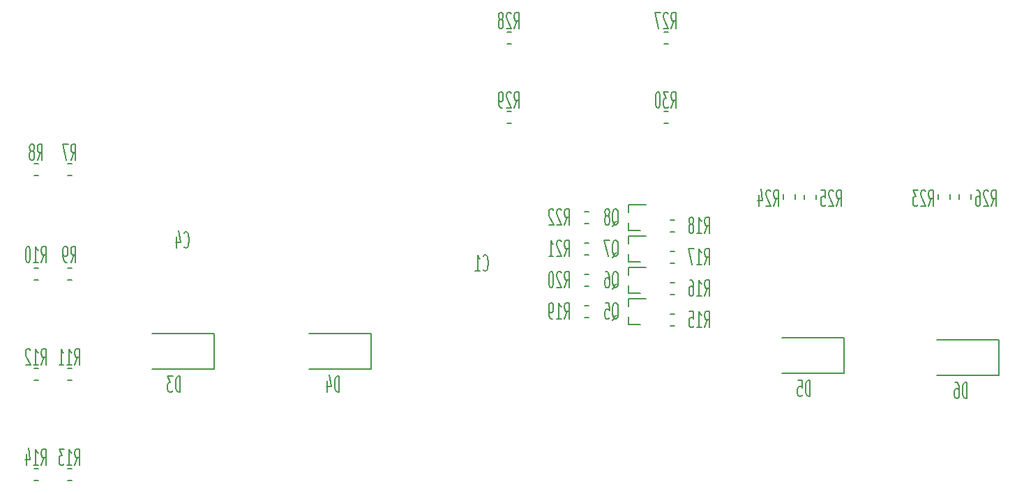
<source format=gbo>
G04 #@! TF.GenerationSoftware,KiCad,Pcbnew,(5.1.6)-1*
G04 #@! TF.CreationDate,2020-09-21T23:14:33+02:00*
G04 #@! TF.ProjectId,Brewnode_PCB,42726577-6e6f-4646-955f-5043422e6b69,1.0*
G04 #@! TF.SameCoordinates,Original*
G04 #@! TF.FileFunction,Legend,Bot*
G04 #@! TF.FilePolarity,Positive*
%FSLAX46Y46*%
G04 Gerber Fmt 4.6, Leading zero omitted, Abs format (unit mm)*
G04 Created by KiCad (PCBNEW (5.1.6)-1) date 2020-09-21 23:14:33*
%MOMM*%
%LPD*%
G01*
G04 APERTURE LIST*
%ADD10C,0.200000*%
G04 APERTURE END LIST*
D10*
X145779252Y-92140000D02*
X145256748Y-92140000D01*
X145779252Y-93560000D02*
X145256748Y-93560000D01*
X126729252Y-92140000D02*
X126206748Y-92140000D01*
X126729252Y-93560000D02*
X126206748Y-93560000D01*
X126729252Y-82488000D02*
X126206748Y-82488000D01*
X126729252Y-83908000D02*
X126206748Y-83908000D01*
X145779252Y-82488000D02*
X145256748Y-82488000D01*
X145779252Y-83908000D02*
X145256748Y-83908000D01*
X182550000Y-102754252D02*
X182550000Y-102231748D01*
X181130000Y-102754252D02*
X181130000Y-102231748D01*
X163754000Y-102772252D02*
X163754000Y-102249748D01*
X162334000Y-102772252D02*
X162334000Y-102249748D01*
X161214000Y-102763252D02*
X161214000Y-102240748D01*
X159794000Y-102763252D02*
X159794000Y-102240748D01*
X180010000Y-102763252D02*
X180010000Y-102240748D01*
X178590000Y-102763252D02*
X178590000Y-102240748D01*
X135604748Y-105752000D02*
X136127252Y-105752000D01*
X135604748Y-104332000D02*
X136127252Y-104332000D01*
X135604748Y-109562000D02*
X136127252Y-109562000D01*
X135604748Y-108142000D02*
X136127252Y-108142000D01*
X135604748Y-113372000D02*
X136127252Y-113372000D01*
X135604748Y-111952000D02*
X136127252Y-111952000D01*
X135604748Y-117182000D02*
X136127252Y-117182000D01*
X135604748Y-115762000D02*
X136127252Y-115762000D01*
X146541252Y-105348000D02*
X146018748Y-105348000D01*
X146541252Y-106768000D02*
X146018748Y-106768000D01*
X146541252Y-109158000D02*
X146018748Y-109158000D01*
X146541252Y-110578000D02*
X146018748Y-110578000D01*
X146541252Y-112968000D02*
X146018748Y-112968000D01*
X146541252Y-114388000D02*
X146018748Y-114388000D01*
X146541252Y-116778000D02*
X146018748Y-116778000D01*
X146541252Y-118198000D02*
X146018748Y-118198000D01*
X69325252Y-135574000D02*
X68802748Y-135574000D01*
X69325252Y-136994000D02*
X68802748Y-136994000D01*
X73389252Y-135574000D02*
X72866748Y-135574000D01*
X73389252Y-136994000D02*
X72866748Y-136994000D01*
X69325252Y-123406000D02*
X68802748Y-123406000D01*
X69325252Y-124826000D02*
X68802748Y-124826000D01*
X73389252Y-123382000D02*
X72866748Y-123382000D01*
X73389252Y-124802000D02*
X72866748Y-124802000D01*
X69325252Y-111190000D02*
X68802748Y-111190000D01*
X69325252Y-112610000D02*
X68802748Y-112610000D01*
X73389252Y-111190000D02*
X72866748Y-111190000D01*
X73389252Y-112610000D02*
X72866748Y-112610000D01*
X69325252Y-98490000D02*
X68802748Y-98490000D01*
X69325252Y-99910000D02*
X68802748Y-99910000D01*
X73389252Y-98490000D02*
X72866748Y-98490000D01*
X73389252Y-99910000D02*
X72866748Y-99910000D01*
X140948000Y-106622000D02*
X140948000Y-105692000D01*
X140948000Y-103462000D02*
X140948000Y-104392000D01*
X140948000Y-103462000D02*
X143108000Y-103462000D01*
X140948000Y-106622000D02*
X142408000Y-106622000D01*
X140948000Y-110432000D02*
X140948000Y-109502000D01*
X140948000Y-107272000D02*
X140948000Y-108202000D01*
X140948000Y-107272000D02*
X143108000Y-107272000D01*
X140948000Y-110432000D02*
X142408000Y-110432000D01*
X140948000Y-114242000D02*
X140948000Y-113312000D01*
X140948000Y-111082000D02*
X140948000Y-112012000D01*
X140948000Y-111082000D02*
X143108000Y-111082000D01*
X140948000Y-114242000D02*
X142408000Y-114242000D01*
X140948000Y-118052000D02*
X140948000Y-117122000D01*
X140948000Y-114892000D02*
X140948000Y-115822000D01*
X140948000Y-114892000D02*
X143108000Y-114892000D01*
X140948000Y-118052000D02*
X142408000Y-118052000D01*
X185928000Y-119910000D02*
X185928000Y-124210000D01*
X185928000Y-124210000D02*
X178378000Y-124210000D01*
X185928000Y-119910000D02*
X178378000Y-119910000D01*
X167132000Y-119656000D02*
X167132000Y-123956000D01*
X167132000Y-123956000D02*
X159582000Y-123956000D01*
X167132000Y-119656000D02*
X159582000Y-119656000D01*
X109728000Y-119148000D02*
X109728000Y-123448000D01*
X109728000Y-123448000D02*
X102178000Y-123448000D01*
X109728000Y-119148000D02*
X102178000Y-119148000D01*
X90678000Y-119148000D02*
X90678000Y-123448000D01*
X90678000Y-123448000D02*
X83128000Y-123448000D01*
X90678000Y-119148000D02*
X83128000Y-119148000D01*
X146160857Y-91722761D02*
X146494190Y-90770380D01*
X146732285Y-91722761D02*
X146732285Y-89722761D01*
X146351333Y-89722761D01*
X146256095Y-89818000D01*
X146208476Y-89913238D01*
X146160857Y-90103714D01*
X146160857Y-90389428D01*
X146208476Y-90579904D01*
X146256095Y-90675142D01*
X146351333Y-90770380D01*
X146732285Y-90770380D01*
X145827523Y-89722761D02*
X145208476Y-89722761D01*
X145541809Y-90484666D01*
X145398952Y-90484666D01*
X145303714Y-90579904D01*
X145256095Y-90675142D01*
X145208476Y-90865619D01*
X145208476Y-91341809D01*
X145256095Y-91532285D01*
X145303714Y-91627523D01*
X145398952Y-91722761D01*
X145684666Y-91722761D01*
X145779904Y-91627523D01*
X145827523Y-91532285D01*
X144589428Y-89722761D02*
X144494190Y-89722761D01*
X144398952Y-89818000D01*
X144351333Y-89913238D01*
X144303714Y-90103714D01*
X144256095Y-90484666D01*
X144256095Y-90960857D01*
X144303714Y-91341809D01*
X144351333Y-91532285D01*
X144398952Y-91627523D01*
X144494190Y-91722761D01*
X144589428Y-91722761D01*
X144684666Y-91627523D01*
X144732285Y-91532285D01*
X144779904Y-91341809D01*
X144827523Y-90960857D01*
X144827523Y-90484666D01*
X144779904Y-90103714D01*
X144732285Y-89913238D01*
X144684666Y-89818000D01*
X144589428Y-89722761D01*
X127110857Y-91722761D02*
X127444190Y-90770380D01*
X127682285Y-91722761D02*
X127682285Y-89722761D01*
X127301333Y-89722761D01*
X127206095Y-89818000D01*
X127158476Y-89913238D01*
X127110857Y-90103714D01*
X127110857Y-90389428D01*
X127158476Y-90579904D01*
X127206095Y-90675142D01*
X127301333Y-90770380D01*
X127682285Y-90770380D01*
X126729904Y-89913238D02*
X126682285Y-89818000D01*
X126587047Y-89722761D01*
X126348952Y-89722761D01*
X126253714Y-89818000D01*
X126206095Y-89913238D01*
X126158476Y-90103714D01*
X126158476Y-90294190D01*
X126206095Y-90579904D01*
X126777523Y-91722761D01*
X126158476Y-91722761D01*
X125682285Y-91722761D02*
X125491809Y-91722761D01*
X125396571Y-91627523D01*
X125348952Y-91532285D01*
X125253714Y-91246571D01*
X125206095Y-90865619D01*
X125206095Y-90103714D01*
X125253714Y-89913238D01*
X125301333Y-89818000D01*
X125396571Y-89722761D01*
X125587047Y-89722761D01*
X125682285Y-89818000D01*
X125729904Y-89913238D01*
X125777523Y-90103714D01*
X125777523Y-90579904D01*
X125729904Y-90770380D01*
X125682285Y-90865619D01*
X125587047Y-90960857D01*
X125396571Y-90960857D01*
X125301333Y-90865619D01*
X125253714Y-90770380D01*
X125206095Y-90579904D01*
X127110857Y-82070761D02*
X127444190Y-81118380D01*
X127682285Y-82070761D02*
X127682285Y-80070761D01*
X127301333Y-80070761D01*
X127206095Y-80166000D01*
X127158476Y-80261238D01*
X127110857Y-80451714D01*
X127110857Y-80737428D01*
X127158476Y-80927904D01*
X127206095Y-81023142D01*
X127301333Y-81118380D01*
X127682285Y-81118380D01*
X126729904Y-80261238D02*
X126682285Y-80166000D01*
X126587047Y-80070761D01*
X126348952Y-80070761D01*
X126253714Y-80166000D01*
X126206095Y-80261238D01*
X126158476Y-80451714D01*
X126158476Y-80642190D01*
X126206095Y-80927904D01*
X126777523Y-82070761D01*
X126158476Y-82070761D01*
X125587047Y-80927904D02*
X125682285Y-80832666D01*
X125729904Y-80737428D01*
X125777523Y-80546952D01*
X125777523Y-80451714D01*
X125729904Y-80261238D01*
X125682285Y-80166000D01*
X125587047Y-80070761D01*
X125396571Y-80070761D01*
X125301333Y-80166000D01*
X125253714Y-80261238D01*
X125206095Y-80451714D01*
X125206095Y-80546952D01*
X125253714Y-80737428D01*
X125301333Y-80832666D01*
X125396571Y-80927904D01*
X125587047Y-80927904D01*
X125682285Y-81023142D01*
X125729904Y-81118380D01*
X125777523Y-81308857D01*
X125777523Y-81689809D01*
X125729904Y-81880285D01*
X125682285Y-81975523D01*
X125587047Y-82070761D01*
X125396571Y-82070761D01*
X125301333Y-81975523D01*
X125253714Y-81880285D01*
X125206095Y-81689809D01*
X125206095Y-81308857D01*
X125253714Y-81118380D01*
X125301333Y-81023142D01*
X125396571Y-80927904D01*
X146160857Y-82070761D02*
X146494190Y-81118380D01*
X146732285Y-82070761D02*
X146732285Y-80070761D01*
X146351333Y-80070761D01*
X146256095Y-80166000D01*
X146208476Y-80261238D01*
X146160857Y-80451714D01*
X146160857Y-80737428D01*
X146208476Y-80927904D01*
X146256095Y-81023142D01*
X146351333Y-81118380D01*
X146732285Y-81118380D01*
X145779904Y-80261238D02*
X145732285Y-80166000D01*
X145637047Y-80070761D01*
X145398952Y-80070761D01*
X145303714Y-80166000D01*
X145256095Y-80261238D01*
X145208476Y-80451714D01*
X145208476Y-80642190D01*
X145256095Y-80927904D01*
X145827523Y-82070761D01*
X145208476Y-82070761D01*
X144875142Y-80070761D02*
X144208476Y-80070761D01*
X144637047Y-82070761D01*
X185022857Y-103660761D02*
X185356190Y-102708380D01*
X185594285Y-103660761D02*
X185594285Y-101660761D01*
X185213333Y-101660761D01*
X185118095Y-101756000D01*
X185070476Y-101851238D01*
X185022857Y-102041714D01*
X185022857Y-102327428D01*
X185070476Y-102517904D01*
X185118095Y-102613142D01*
X185213333Y-102708380D01*
X185594285Y-102708380D01*
X184641904Y-101851238D02*
X184594285Y-101756000D01*
X184499047Y-101660761D01*
X184260952Y-101660761D01*
X184165714Y-101756000D01*
X184118095Y-101851238D01*
X184070476Y-102041714D01*
X184070476Y-102232190D01*
X184118095Y-102517904D01*
X184689523Y-103660761D01*
X184070476Y-103660761D01*
X183213333Y-101660761D02*
X183403809Y-101660761D01*
X183499047Y-101756000D01*
X183546666Y-101851238D01*
X183641904Y-102136952D01*
X183689523Y-102517904D01*
X183689523Y-103279809D01*
X183641904Y-103470285D01*
X183594285Y-103565523D01*
X183499047Y-103660761D01*
X183308571Y-103660761D01*
X183213333Y-103565523D01*
X183165714Y-103470285D01*
X183118095Y-103279809D01*
X183118095Y-102803619D01*
X183165714Y-102613142D01*
X183213333Y-102517904D01*
X183308571Y-102422666D01*
X183499047Y-102422666D01*
X183594285Y-102517904D01*
X183641904Y-102613142D01*
X183689523Y-102803619D01*
X166226857Y-103660761D02*
X166560190Y-102708380D01*
X166798285Y-103660761D02*
X166798285Y-101660761D01*
X166417333Y-101660761D01*
X166322095Y-101756000D01*
X166274476Y-101851238D01*
X166226857Y-102041714D01*
X166226857Y-102327428D01*
X166274476Y-102517904D01*
X166322095Y-102613142D01*
X166417333Y-102708380D01*
X166798285Y-102708380D01*
X165845904Y-101851238D02*
X165798285Y-101756000D01*
X165703047Y-101660761D01*
X165464952Y-101660761D01*
X165369714Y-101756000D01*
X165322095Y-101851238D01*
X165274476Y-102041714D01*
X165274476Y-102232190D01*
X165322095Y-102517904D01*
X165893523Y-103660761D01*
X165274476Y-103660761D01*
X164369714Y-101660761D02*
X164845904Y-101660761D01*
X164893523Y-102613142D01*
X164845904Y-102517904D01*
X164750666Y-102422666D01*
X164512571Y-102422666D01*
X164417333Y-102517904D01*
X164369714Y-102613142D01*
X164322095Y-102803619D01*
X164322095Y-103279809D01*
X164369714Y-103470285D01*
X164417333Y-103565523D01*
X164512571Y-103660761D01*
X164750666Y-103660761D01*
X164845904Y-103565523D01*
X164893523Y-103470285D01*
X158606857Y-103660761D02*
X158940190Y-102708380D01*
X159178285Y-103660761D02*
X159178285Y-101660761D01*
X158797333Y-101660761D01*
X158702095Y-101756000D01*
X158654476Y-101851238D01*
X158606857Y-102041714D01*
X158606857Y-102327428D01*
X158654476Y-102517904D01*
X158702095Y-102613142D01*
X158797333Y-102708380D01*
X159178285Y-102708380D01*
X158225904Y-101851238D02*
X158178285Y-101756000D01*
X158083047Y-101660761D01*
X157844952Y-101660761D01*
X157749714Y-101756000D01*
X157702095Y-101851238D01*
X157654476Y-102041714D01*
X157654476Y-102232190D01*
X157702095Y-102517904D01*
X158273523Y-103660761D01*
X157654476Y-103660761D01*
X156797333Y-102327428D02*
X156797333Y-103660761D01*
X157035428Y-101565523D02*
X157273523Y-102994095D01*
X156654476Y-102994095D01*
X177402857Y-103660761D02*
X177736190Y-102708380D01*
X177974285Y-103660761D02*
X177974285Y-101660761D01*
X177593333Y-101660761D01*
X177498095Y-101756000D01*
X177450476Y-101851238D01*
X177402857Y-102041714D01*
X177402857Y-102327428D01*
X177450476Y-102517904D01*
X177498095Y-102613142D01*
X177593333Y-102708380D01*
X177974285Y-102708380D01*
X177021904Y-101851238D02*
X176974285Y-101756000D01*
X176879047Y-101660761D01*
X176640952Y-101660761D01*
X176545714Y-101756000D01*
X176498095Y-101851238D01*
X176450476Y-102041714D01*
X176450476Y-102232190D01*
X176498095Y-102517904D01*
X177069523Y-103660761D01*
X176450476Y-103660761D01*
X176117142Y-101660761D02*
X175498095Y-101660761D01*
X175831428Y-102422666D01*
X175688571Y-102422666D01*
X175593333Y-102517904D01*
X175545714Y-102613142D01*
X175498095Y-102803619D01*
X175498095Y-103279809D01*
X175545714Y-103470285D01*
X175593333Y-103565523D01*
X175688571Y-103660761D01*
X175974285Y-103660761D01*
X176069523Y-103565523D01*
X176117142Y-103470285D01*
X133206857Y-105946761D02*
X133540190Y-104994380D01*
X133778285Y-105946761D02*
X133778285Y-103946761D01*
X133397333Y-103946761D01*
X133302095Y-104042000D01*
X133254476Y-104137238D01*
X133206857Y-104327714D01*
X133206857Y-104613428D01*
X133254476Y-104803904D01*
X133302095Y-104899142D01*
X133397333Y-104994380D01*
X133778285Y-104994380D01*
X132825904Y-104137238D02*
X132778285Y-104042000D01*
X132683047Y-103946761D01*
X132444952Y-103946761D01*
X132349714Y-104042000D01*
X132302095Y-104137238D01*
X132254476Y-104327714D01*
X132254476Y-104518190D01*
X132302095Y-104803904D01*
X132873523Y-105946761D01*
X132254476Y-105946761D01*
X131873523Y-104137238D02*
X131825904Y-104042000D01*
X131730666Y-103946761D01*
X131492571Y-103946761D01*
X131397333Y-104042000D01*
X131349714Y-104137238D01*
X131302095Y-104327714D01*
X131302095Y-104518190D01*
X131349714Y-104803904D01*
X131921142Y-105946761D01*
X131302095Y-105946761D01*
X133206857Y-109756761D02*
X133540190Y-108804380D01*
X133778285Y-109756761D02*
X133778285Y-107756761D01*
X133397333Y-107756761D01*
X133302095Y-107852000D01*
X133254476Y-107947238D01*
X133206857Y-108137714D01*
X133206857Y-108423428D01*
X133254476Y-108613904D01*
X133302095Y-108709142D01*
X133397333Y-108804380D01*
X133778285Y-108804380D01*
X132825904Y-107947238D02*
X132778285Y-107852000D01*
X132683047Y-107756761D01*
X132444952Y-107756761D01*
X132349714Y-107852000D01*
X132302095Y-107947238D01*
X132254476Y-108137714D01*
X132254476Y-108328190D01*
X132302095Y-108613904D01*
X132873523Y-109756761D01*
X132254476Y-109756761D01*
X131302095Y-109756761D02*
X131873523Y-109756761D01*
X131587809Y-109756761D02*
X131587809Y-107756761D01*
X131683047Y-108042476D01*
X131778285Y-108232952D01*
X131873523Y-108328190D01*
X133206857Y-113566761D02*
X133540190Y-112614380D01*
X133778285Y-113566761D02*
X133778285Y-111566761D01*
X133397333Y-111566761D01*
X133302095Y-111662000D01*
X133254476Y-111757238D01*
X133206857Y-111947714D01*
X133206857Y-112233428D01*
X133254476Y-112423904D01*
X133302095Y-112519142D01*
X133397333Y-112614380D01*
X133778285Y-112614380D01*
X132825904Y-111757238D02*
X132778285Y-111662000D01*
X132683047Y-111566761D01*
X132444952Y-111566761D01*
X132349714Y-111662000D01*
X132302095Y-111757238D01*
X132254476Y-111947714D01*
X132254476Y-112138190D01*
X132302095Y-112423904D01*
X132873523Y-113566761D01*
X132254476Y-113566761D01*
X131635428Y-111566761D02*
X131540190Y-111566761D01*
X131444952Y-111662000D01*
X131397333Y-111757238D01*
X131349714Y-111947714D01*
X131302095Y-112328666D01*
X131302095Y-112804857D01*
X131349714Y-113185809D01*
X131397333Y-113376285D01*
X131444952Y-113471523D01*
X131540190Y-113566761D01*
X131635428Y-113566761D01*
X131730666Y-113471523D01*
X131778285Y-113376285D01*
X131825904Y-113185809D01*
X131873523Y-112804857D01*
X131873523Y-112328666D01*
X131825904Y-111947714D01*
X131778285Y-111757238D01*
X131730666Y-111662000D01*
X131635428Y-111566761D01*
X133206857Y-117376761D02*
X133540190Y-116424380D01*
X133778285Y-117376761D02*
X133778285Y-115376761D01*
X133397333Y-115376761D01*
X133302095Y-115472000D01*
X133254476Y-115567238D01*
X133206857Y-115757714D01*
X133206857Y-116043428D01*
X133254476Y-116233904D01*
X133302095Y-116329142D01*
X133397333Y-116424380D01*
X133778285Y-116424380D01*
X132254476Y-117376761D02*
X132825904Y-117376761D01*
X132540190Y-117376761D02*
X132540190Y-115376761D01*
X132635428Y-115662476D01*
X132730666Y-115852952D01*
X132825904Y-115948190D01*
X131778285Y-117376761D02*
X131587809Y-117376761D01*
X131492571Y-117281523D01*
X131444952Y-117186285D01*
X131349714Y-116900571D01*
X131302095Y-116519619D01*
X131302095Y-115757714D01*
X131349714Y-115567238D01*
X131397333Y-115472000D01*
X131492571Y-115376761D01*
X131683047Y-115376761D01*
X131778285Y-115472000D01*
X131825904Y-115567238D01*
X131873523Y-115757714D01*
X131873523Y-116233904D01*
X131825904Y-116424380D01*
X131778285Y-116519619D01*
X131683047Y-116614857D01*
X131492571Y-116614857D01*
X131397333Y-116519619D01*
X131349714Y-116424380D01*
X131302095Y-116233904D01*
X150224857Y-106962761D02*
X150558190Y-106010380D01*
X150796285Y-106962761D02*
X150796285Y-104962761D01*
X150415333Y-104962761D01*
X150320095Y-105058000D01*
X150272476Y-105153238D01*
X150224857Y-105343714D01*
X150224857Y-105629428D01*
X150272476Y-105819904D01*
X150320095Y-105915142D01*
X150415333Y-106010380D01*
X150796285Y-106010380D01*
X149272476Y-106962761D02*
X149843904Y-106962761D01*
X149558190Y-106962761D02*
X149558190Y-104962761D01*
X149653428Y-105248476D01*
X149748666Y-105438952D01*
X149843904Y-105534190D01*
X148701047Y-105819904D02*
X148796285Y-105724666D01*
X148843904Y-105629428D01*
X148891523Y-105438952D01*
X148891523Y-105343714D01*
X148843904Y-105153238D01*
X148796285Y-105058000D01*
X148701047Y-104962761D01*
X148510571Y-104962761D01*
X148415333Y-105058000D01*
X148367714Y-105153238D01*
X148320095Y-105343714D01*
X148320095Y-105438952D01*
X148367714Y-105629428D01*
X148415333Y-105724666D01*
X148510571Y-105819904D01*
X148701047Y-105819904D01*
X148796285Y-105915142D01*
X148843904Y-106010380D01*
X148891523Y-106200857D01*
X148891523Y-106581809D01*
X148843904Y-106772285D01*
X148796285Y-106867523D01*
X148701047Y-106962761D01*
X148510571Y-106962761D01*
X148415333Y-106867523D01*
X148367714Y-106772285D01*
X148320095Y-106581809D01*
X148320095Y-106200857D01*
X148367714Y-106010380D01*
X148415333Y-105915142D01*
X148510571Y-105819904D01*
X150224857Y-110772761D02*
X150558190Y-109820380D01*
X150796285Y-110772761D02*
X150796285Y-108772761D01*
X150415333Y-108772761D01*
X150320095Y-108868000D01*
X150272476Y-108963238D01*
X150224857Y-109153714D01*
X150224857Y-109439428D01*
X150272476Y-109629904D01*
X150320095Y-109725142D01*
X150415333Y-109820380D01*
X150796285Y-109820380D01*
X149272476Y-110772761D02*
X149843904Y-110772761D01*
X149558190Y-110772761D02*
X149558190Y-108772761D01*
X149653428Y-109058476D01*
X149748666Y-109248952D01*
X149843904Y-109344190D01*
X148939142Y-108772761D02*
X148272476Y-108772761D01*
X148701047Y-110772761D01*
X150224857Y-114582761D02*
X150558190Y-113630380D01*
X150796285Y-114582761D02*
X150796285Y-112582761D01*
X150415333Y-112582761D01*
X150320095Y-112678000D01*
X150272476Y-112773238D01*
X150224857Y-112963714D01*
X150224857Y-113249428D01*
X150272476Y-113439904D01*
X150320095Y-113535142D01*
X150415333Y-113630380D01*
X150796285Y-113630380D01*
X149272476Y-114582761D02*
X149843904Y-114582761D01*
X149558190Y-114582761D02*
X149558190Y-112582761D01*
X149653428Y-112868476D01*
X149748666Y-113058952D01*
X149843904Y-113154190D01*
X148415333Y-112582761D02*
X148605809Y-112582761D01*
X148701047Y-112678000D01*
X148748666Y-112773238D01*
X148843904Y-113058952D01*
X148891523Y-113439904D01*
X148891523Y-114201809D01*
X148843904Y-114392285D01*
X148796285Y-114487523D01*
X148701047Y-114582761D01*
X148510571Y-114582761D01*
X148415333Y-114487523D01*
X148367714Y-114392285D01*
X148320095Y-114201809D01*
X148320095Y-113725619D01*
X148367714Y-113535142D01*
X148415333Y-113439904D01*
X148510571Y-113344666D01*
X148701047Y-113344666D01*
X148796285Y-113439904D01*
X148843904Y-113535142D01*
X148891523Y-113725619D01*
X150224857Y-118392761D02*
X150558190Y-117440380D01*
X150796285Y-118392761D02*
X150796285Y-116392761D01*
X150415333Y-116392761D01*
X150320095Y-116488000D01*
X150272476Y-116583238D01*
X150224857Y-116773714D01*
X150224857Y-117059428D01*
X150272476Y-117249904D01*
X150320095Y-117345142D01*
X150415333Y-117440380D01*
X150796285Y-117440380D01*
X149272476Y-118392761D02*
X149843904Y-118392761D01*
X149558190Y-118392761D02*
X149558190Y-116392761D01*
X149653428Y-116678476D01*
X149748666Y-116868952D01*
X149843904Y-116964190D01*
X148367714Y-116392761D02*
X148843904Y-116392761D01*
X148891523Y-117345142D01*
X148843904Y-117249904D01*
X148748666Y-117154666D01*
X148510571Y-117154666D01*
X148415333Y-117249904D01*
X148367714Y-117345142D01*
X148320095Y-117535619D01*
X148320095Y-118011809D01*
X148367714Y-118202285D01*
X148415333Y-118297523D01*
X148510571Y-118392761D01*
X148748666Y-118392761D01*
X148843904Y-118297523D01*
X148891523Y-118202285D01*
X69706857Y-135156761D02*
X70040190Y-134204380D01*
X70278285Y-135156761D02*
X70278285Y-133156761D01*
X69897333Y-133156761D01*
X69802095Y-133252000D01*
X69754476Y-133347238D01*
X69706857Y-133537714D01*
X69706857Y-133823428D01*
X69754476Y-134013904D01*
X69802095Y-134109142D01*
X69897333Y-134204380D01*
X70278285Y-134204380D01*
X68754476Y-135156761D02*
X69325904Y-135156761D01*
X69040190Y-135156761D02*
X69040190Y-133156761D01*
X69135428Y-133442476D01*
X69230666Y-133632952D01*
X69325904Y-133728190D01*
X67897333Y-133823428D02*
X67897333Y-135156761D01*
X68135428Y-133061523D02*
X68373523Y-134490095D01*
X67754476Y-134490095D01*
X73770857Y-135156761D02*
X74104190Y-134204380D01*
X74342285Y-135156761D02*
X74342285Y-133156761D01*
X73961333Y-133156761D01*
X73866095Y-133252000D01*
X73818476Y-133347238D01*
X73770857Y-133537714D01*
X73770857Y-133823428D01*
X73818476Y-134013904D01*
X73866095Y-134109142D01*
X73961333Y-134204380D01*
X74342285Y-134204380D01*
X72818476Y-135156761D02*
X73389904Y-135156761D01*
X73104190Y-135156761D02*
X73104190Y-133156761D01*
X73199428Y-133442476D01*
X73294666Y-133632952D01*
X73389904Y-133728190D01*
X72485142Y-133156761D02*
X71866095Y-133156761D01*
X72199428Y-133918666D01*
X72056571Y-133918666D01*
X71961333Y-134013904D01*
X71913714Y-134109142D01*
X71866095Y-134299619D01*
X71866095Y-134775809D01*
X71913714Y-134966285D01*
X71961333Y-135061523D01*
X72056571Y-135156761D01*
X72342285Y-135156761D01*
X72437523Y-135061523D01*
X72485142Y-134966285D01*
X69706857Y-122964761D02*
X70040190Y-122012380D01*
X70278285Y-122964761D02*
X70278285Y-120964761D01*
X69897333Y-120964761D01*
X69802095Y-121060000D01*
X69754476Y-121155238D01*
X69706857Y-121345714D01*
X69706857Y-121631428D01*
X69754476Y-121821904D01*
X69802095Y-121917142D01*
X69897333Y-122012380D01*
X70278285Y-122012380D01*
X68754476Y-122964761D02*
X69325904Y-122964761D01*
X69040190Y-122964761D02*
X69040190Y-120964761D01*
X69135428Y-121250476D01*
X69230666Y-121440952D01*
X69325904Y-121536190D01*
X68373523Y-121155238D02*
X68325904Y-121060000D01*
X68230666Y-120964761D01*
X67992571Y-120964761D01*
X67897333Y-121060000D01*
X67849714Y-121155238D01*
X67802095Y-121345714D01*
X67802095Y-121536190D01*
X67849714Y-121821904D01*
X68421142Y-122964761D01*
X67802095Y-122964761D01*
X73770857Y-122964761D02*
X74104190Y-122012380D01*
X74342285Y-122964761D02*
X74342285Y-120964761D01*
X73961333Y-120964761D01*
X73866095Y-121060000D01*
X73818476Y-121155238D01*
X73770857Y-121345714D01*
X73770857Y-121631428D01*
X73818476Y-121821904D01*
X73866095Y-121917142D01*
X73961333Y-122012380D01*
X74342285Y-122012380D01*
X72818476Y-122964761D02*
X73389904Y-122964761D01*
X73104190Y-122964761D02*
X73104190Y-120964761D01*
X73199428Y-121250476D01*
X73294666Y-121440952D01*
X73389904Y-121536190D01*
X71866095Y-122964761D02*
X72437523Y-122964761D01*
X72151809Y-122964761D02*
X72151809Y-120964761D01*
X72247047Y-121250476D01*
X72342285Y-121440952D01*
X72437523Y-121536190D01*
X69706857Y-110518761D02*
X70040190Y-109566380D01*
X70278285Y-110518761D02*
X70278285Y-108518761D01*
X69897333Y-108518761D01*
X69802095Y-108614000D01*
X69754476Y-108709238D01*
X69706857Y-108899714D01*
X69706857Y-109185428D01*
X69754476Y-109375904D01*
X69802095Y-109471142D01*
X69897333Y-109566380D01*
X70278285Y-109566380D01*
X68754476Y-110518761D02*
X69325904Y-110518761D01*
X69040190Y-110518761D02*
X69040190Y-108518761D01*
X69135428Y-108804476D01*
X69230666Y-108994952D01*
X69325904Y-109090190D01*
X68135428Y-108518761D02*
X68040190Y-108518761D01*
X67944952Y-108614000D01*
X67897333Y-108709238D01*
X67849714Y-108899714D01*
X67802095Y-109280666D01*
X67802095Y-109756857D01*
X67849714Y-110137809D01*
X67897333Y-110328285D01*
X67944952Y-110423523D01*
X68040190Y-110518761D01*
X68135428Y-110518761D01*
X68230666Y-110423523D01*
X68278285Y-110328285D01*
X68325904Y-110137809D01*
X68373523Y-109756857D01*
X68373523Y-109280666D01*
X68325904Y-108899714D01*
X68278285Y-108709238D01*
X68230666Y-108614000D01*
X68135428Y-108518761D01*
X73294666Y-110518761D02*
X73628000Y-109566380D01*
X73866095Y-110518761D02*
X73866095Y-108518761D01*
X73485142Y-108518761D01*
X73389904Y-108614000D01*
X73342285Y-108709238D01*
X73294666Y-108899714D01*
X73294666Y-109185428D01*
X73342285Y-109375904D01*
X73389904Y-109471142D01*
X73485142Y-109566380D01*
X73866095Y-109566380D01*
X72818476Y-110518761D02*
X72628000Y-110518761D01*
X72532761Y-110423523D01*
X72485142Y-110328285D01*
X72389904Y-110042571D01*
X72342285Y-109661619D01*
X72342285Y-108899714D01*
X72389904Y-108709238D01*
X72437523Y-108614000D01*
X72532761Y-108518761D01*
X72723238Y-108518761D01*
X72818476Y-108614000D01*
X72866095Y-108709238D01*
X72913714Y-108899714D01*
X72913714Y-109375904D01*
X72866095Y-109566380D01*
X72818476Y-109661619D01*
X72723238Y-109756857D01*
X72532761Y-109756857D01*
X72437523Y-109661619D01*
X72389904Y-109566380D01*
X72342285Y-109375904D01*
X69230666Y-98072761D02*
X69564000Y-97120380D01*
X69802095Y-98072761D02*
X69802095Y-96072761D01*
X69421142Y-96072761D01*
X69325904Y-96168000D01*
X69278285Y-96263238D01*
X69230666Y-96453714D01*
X69230666Y-96739428D01*
X69278285Y-96929904D01*
X69325904Y-97025142D01*
X69421142Y-97120380D01*
X69802095Y-97120380D01*
X68659238Y-96929904D02*
X68754476Y-96834666D01*
X68802095Y-96739428D01*
X68849714Y-96548952D01*
X68849714Y-96453714D01*
X68802095Y-96263238D01*
X68754476Y-96168000D01*
X68659238Y-96072761D01*
X68468761Y-96072761D01*
X68373523Y-96168000D01*
X68325904Y-96263238D01*
X68278285Y-96453714D01*
X68278285Y-96548952D01*
X68325904Y-96739428D01*
X68373523Y-96834666D01*
X68468761Y-96929904D01*
X68659238Y-96929904D01*
X68754476Y-97025142D01*
X68802095Y-97120380D01*
X68849714Y-97310857D01*
X68849714Y-97691809D01*
X68802095Y-97882285D01*
X68754476Y-97977523D01*
X68659238Y-98072761D01*
X68468761Y-98072761D01*
X68373523Y-97977523D01*
X68325904Y-97882285D01*
X68278285Y-97691809D01*
X68278285Y-97310857D01*
X68325904Y-97120380D01*
X68373523Y-97025142D01*
X68468761Y-96929904D01*
X73294666Y-98072761D02*
X73628000Y-97120380D01*
X73866095Y-98072761D02*
X73866095Y-96072761D01*
X73485142Y-96072761D01*
X73389904Y-96168000D01*
X73342285Y-96263238D01*
X73294666Y-96453714D01*
X73294666Y-96739428D01*
X73342285Y-96929904D01*
X73389904Y-97025142D01*
X73485142Y-97120380D01*
X73866095Y-97120380D01*
X72961333Y-96072761D02*
X72294666Y-96072761D01*
X72723238Y-98072761D01*
X139009238Y-106137238D02*
X139104476Y-106042000D01*
X139199714Y-105851523D01*
X139342571Y-105565809D01*
X139437809Y-105470571D01*
X139533047Y-105470571D01*
X139485428Y-105946761D02*
X139580666Y-105851523D01*
X139675904Y-105661047D01*
X139723523Y-105280095D01*
X139723523Y-104613428D01*
X139675904Y-104232476D01*
X139580666Y-104042000D01*
X139485428Y-103946761D01*
X139294952Y-103946761D01*
X139199714Y-104042000D01*
X139104476Y-104232476D01*
X139056857Y-104613428D01*
X139056857Y-105280095D01*
X139104476Y-105661047D01*
X139199714Y-105851523D01*
X139294952Y-105946761D01*
X139485428Y-105946761D01*
X138485428Y-104803904D02*
X138580666Y-104708666D01*
X138628285Y-104613428D01*
X138675904Y-104422952D01*
X138675904Y-104327714D01*
X138628285Y-104137238D01*
X138580666Y-104042000D01*
X138485428Y-103946761D01*
X138294952Y-103946761D01*
X138199714Y-104042000D01*
X138152095Y-104137238D01*
X138104476Y-104327714D01*
X138104476Y-104422952D01*
X138152095Y-104613428D01*
X138199714Y-104708666D01*
X138294952Y-104803904D01*
X138485428Y-104803904D01*
X138580666Y-104899142D01*
X138628285Y-104994380D01*
X138675904Y-105184857D01*
X138675904Y-105565809D01*
X138628285Y-105756285D01*
X138580666Y-105851523D01*
X138485428Y-105946761D01*
X138294952Y-105946761D01*
X138199714Y-105851523D01*
X138152095Y-105756285D01*
X138104476Y-105565809D01*
X138104476Y-105184857D01*
X138152095Y-104994380D01*
X138199714Y-104899142D01*
X138294952Y-104803904D01*
X139009238Y-109947238D02*
X139104476Y-109852000D01*
X139199714Y-109661523D01*
X139342571Y-109375809D01*
X139437809Y-109280571D01*
X139533047Y-109280571D01*
X139485428Y-109756761D02*
X139580666Y-109661523D01*
X139675904Y-109471047D01*
X139723523Y-109090095D01*
X139723523Y-108423428D01*
X139675904Y-108042476D01*
X139580666Y-107852000D01*
X139485428Y-107756761D01*
X139294952Y-107756761D01*
X139199714Y-107852000D01*
X139104476Y-108042476D01*
X139056857Y-108423428D01*
X139056857Y-109090095D01*
X139104476Y-109471047D01*
X139199714Y-109661523D01*
X139294952Y-109756761D01*
X139485428Y-109756761D01*
X138723523Y-107756761D02*
X138056857Y-107756761D01*
X138485428Y-109756761D01*
X139009238Y-113757238D02*
X139104476Y-113662000D01*
X139199714Y-113471523D01*
X139342571Y-113185809D01*
X139437809Y-113090571D01*
X139533047Y-113090571D01*
X139485428Y-113566761D02*
X139580666Y-113471523D01*
X139675904Y-113281047D01*
X139723523Y-112900095D01*
X139723523Y-112233428D01*
X139675904Y-111852476D01*
X139580666Y-111662000D01*
X139485428Y-111566761D01*
X139294952Y-111566761D01*
X139199714Y-111662000D01*
X139104476Y-111852476D01*
X139056857Y-112233428D01*
X139056857Y-112900095D01*
X139104476Y-113281047D01*
X139199714Y-113471523D01*
X139294952Y-113566761D01*
X139485428Y-113566761D01*
X138199714Y-111566761D02*
X138390190Y-111566761D01*
X138485428Y-111662000D01*
X138533047Y-111757238D01*
X138628285Y-112042952D01*
X138675904Y-112423904D01*
X138675904Y-113185809D01*
X138628285Y-113376285D01*
X138580666Y-113471523D01*
X138485428Y-113566761D01*
X138294952Y-113566761D01*
X138199714Y-113471523D01*
X138152095Y-113376285D01*
X138104476Y-113185809D01*
X138104476Y-112709619D01*
X138152095Y-112519142D01*
X138199714Y-112423904D01*
X138294952Y-112328666D01*
X138485428Y-112328666D01*
X138580666Y-112423904D01*
X138628285Y-112519142D01*
X138675904Y-112709619D01*
X139009238Y-117567238D02*
X139104476Y-117472000D01*
X139199714Y-117281523D01*
X139342571Y-116995809D01*
X139437809Y-116900571D01*
X139533047Y-116900571D01*
X139485428Y-117376761D02*
X139580666Y-117281523D01*
X139675904Y-117091047D01*
X139723523Y-116710095D01*
X139723523Y-116043428D01*
X139675904Y-115662476D01*
X139580666Y-115472000D01*
X139485428Y-115376761D01*
X139294952Y-115376761D01*
X139199714Y-115472000D01*
X139104476Y-115662476D01*
X139056857Y-116043428D01*
X139056857Y-116710095D01*
X139104476Y-117091047D01*
X139199714Y-117281523D01*
X139294952Y-117376761D01*
X139485428Y-117376761D01*
X138152095Y-115376761D02*
X138628285Y-115376761D01*
X138675904Y-116329142D01*
X138628285Y-116233904D01*
X138533047Y-116138666D01*
X138294952Y-116138666D01*
X138199714Y-116233904D01*
X138152095Y-116329142D01*
X138104476Y-116519619D01*
X138104476Y-116995809D01*
X138152095Y-117186285D01*
X138199714Y-117281523D01*
X138294952Y-117376761D01*
X138533047Y-117376761D01*
X138628285Y-117281523D01*
X138675904Y-117186285D01*
X182070095Y-127028761D02*
X182070095Y-125028761D01*
X181832000Y-125028761D01*
X181689142Y-125124000D01*
X181593904Y-125314476D01*
X181546285Y-125504952D01*
X181498666Y-125885904D01*
X181498666Y-126171619D01*
X181546285Y-126552571D01*
X181593904Y-126743047D01*
X181689142Y-126933523D01*
X181832000Y-127028761D01*
X182070095Y-127028761D01*
X180641523Y-125028761D02*
X180832000Y-125028761D01*
X180927238Y-125124000D01*
X180974857Y-125219238D01*
X181070095Y-125504952D01*
X181117714Y-125885904D01*
X181117714Y-126647809D01*
X181070095Y-126838285D01*
X181022476Y-126933523D01*
X180927238Y-127028761D01*
X180736761Y-127028761D01*
X180641523Y-126933523D01*
X180593904Y-126838285D01*
X180546285Y-126647809D01*
X180546285Y-126171619D01*
X180593904Y-125981142D01*
X180641523Y-125885904D01*
X180736761Y-125790666D01*
X180927238Y-125790666D01*
X181022476Y-125885904D01*
X181070095Y-125981142D01*
X181117714Y-126171619D01*
X163020095Y-126774761D02*
X163020095Y-124774761D01*
X162782000Y-124774761D01*
X162639142Y-124870000D01*
X162543904Y-125060476D01*
X162496285Y-125250952D01*
X162448666Y-125631904D01*
X162448666Y-125917619D01*
X162496285Y-126298571D01*
X162543904Y-126489047D01*
X162639142Y-126679523D01*
X162782000Y-126774761D01*
X163020095Y-126774761D01*
X161543904Y-124774761D02*
X162020095Y-124774761D01*
X162067714Y-125727142D01*
X162020095Y-125631904D01*
X161924857Y-125536666D01*
X161686761Y-125536666D01*
X161591523Y-125631904D01*
X161543904Y-125727142D01*
X161496285Y-125917619D01*
X161496285Y-126393809D01*
X161543904Y-126584285D01*
X161591523Y-126679523D01*
X161686761Y-126774761D01*
X161924857Y-126774761D01*
X162020095Y-126679523D01*
X162067714Y-126584285D01*
X105870095Y-126266761D02*
X105870095Y-124266761D01*
X105632000Y-124266761D01*
X105489142Y-124362000D01*
X105393904Y-124552476D01*
X105346285Y-124742952D01*
X105298666Y-125123904D01*
X105298666Y-125409619D01*
X105346285Y-125790571D01*
X105393904Y-125981047D01*
X105489142Y-126171523D01*
X105632000Y-126266761D01*
X105870095Y-126266761D01*
X104441523Y-124933428D02*
X104441523Y-126266761D01*
X104679619Y-124171523D02*
X104917714Y-125600095D01*
X104298666Y-125600095D01*
X86566095Y-126266761D02*
X86566095Y-124266761D01*
X86328000Y-124266761D01*
X86185142Y-124362000D01*
X86089904Y-124552476D01*
X86042285Y-124742952D01*
X85994666Y-125123904D01*
X85994666Y-125409619D01*
X86042285Y-125790571D01*
X86089904Y-125981047D01*
X86185142Y-126171523D01*
X86328000Y-126266761D01*
X86566095Y-126266761D01*
X85661333Y-124266761D02*
X85042285Y-124266761D01*
X85375619Y-125028666D01*
X85232761Y-125028666D01*
X85137523Y-125123904D01*
X85089904Y-125219142D01*
X85042285Y-125409619D01*
X85042285Y-125885809D01*
X85089904Y-126076285D01*
X85137523Y-126171523D01*
X85232761Y-126266761D01*
X85518476Y-126266761D01*
X85613714Y-126171523D01*
X85661333Y-126076285D01*
X87010666Y-108550285D02*
X87058285Y-108645523D01*
X87201142Y-108740761D01*
X87296380Y-108740761D01*
X87439238Y-108645523D01*
X87534476Y-108455047D01*
X87582095Y-108264571D01*
X87629714Y-107883619D01*
X87629714Y-107597904D01*
X87582095Y-107216952D01*
X87534476Y-107026476D01*
X87439238Y-106836000D01*
X87296380Y-106740761D01*
X87201142Y-106740761D01*
X87058285Y-106836000D01*
X87010666Y-106931238D01*
X86153523Y-107407428D02*
X86153523Y-108740761D01*
X86391619Y-106645523D02*
X86629714Y-108074095D01*
X86010666Y-108074095D01*
X123332666Y-111344285D02*
X123380285Y-111439523D01*
X123523142Y-111534761D01*
X123618380Y-111534761D01*
X123761238Y-111439523D01*
X123856476Y-111249047D01*
X123904095Y-111058571D01*
X123951714Y-110677619D01*
X123951714Y-110391904D01*
X123904095Y-110010952D01*
X123856476Y-109820476D01*
X123761238Y-109630000D01*
X123618380Y-109534761D01*
X123523142Y-109534761D01*
X123380285Y-109630000D01*
X123332666Y-109725238D01*
X122380285Y-111534761D02*
X122951714Y-111534761D01*
X122666000Y-111534761D02*
X122666000Y-109534761D01*
X122761238Y-109820476D01*
X122856476Y-110010952D01*
X122951714Y-110106190D01*
M02*

</source>
